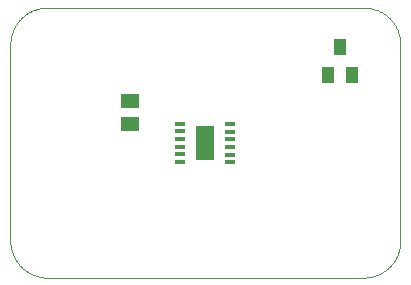
<source format=gtp>
G75*
%MOIN*%
%OFA0B0*%
%FSLAX25Y25*%
%IPPOS*%
%LPD*%
%AMOC8*
5,1,8,0,0,1.08239X$1,22.5*
%
%ADD10C,0.00394*%
%ADD11C,0.00400*%
%ADD12R,0.03543X0.01575*%
%ADD13R,0.06299X0.11417*%
%ADD14R,0.05906X0.05118*%
%ADD15R,0.03937X0.05512*%
D10*
X0014300Y0023933D02*
X0014001Y0023931D01*
X0013702Y0023936D01*
X0013403Y0023949D01*
X0013105Y0023969D01*
X0012807Y0023996D01*
X0012510Y0024030D01*
X0012214Y0024072D01*
X0011919Y0024121D01*
X0011625Y0024177D01*
X0011333Y0024240D01*
X0011042Y0024310D01*
X0010753Y0024388D01*
X0010466Y0024472D01*
X0010181Y0024563D01*
X0009899Y0024661D01*
X0009619Y0024766D01*
X0009342Y0024878D01*
X0009067Y0024997D01*
X0008796Y0025122D01*
X0008527Y0025254D01*
X0008262Y0025392D01*
X0008000Y0025537D01*
X0007742Y0025688D01*
X0007488Y0025845D01*
X0007237Y0026009D01*
X0006991Y0026178D01*
X0006749Y0026353D01*
X0006511Y0026535D01*
X0006278Y0026722D01*
X0006049Y0026914D01*
X0005825Y0027113D01*
X0005606Y0027316D01*
X0005392Y0027525D01*
X0005183Y0027739D01*
X0004980Y0027958D01*
X0004781Y0028182D01*
X0004589Y0028411D01*
X0004402Y0028644D01*
X0004220Y0028882D01*
X0004045Y0029124D01*
X0003876Y0029370D01*
X0003712Y0029621D01*
X0003555Y0029875D01*
X0003404Y0030133D01*
X0003259Y0030395D01*
X0003121Y0030660D01*
X0002989Y0030929D01*
X0002864Y0031200D01*
X0002745Y0031475D01*
X0002633Y0031752D01*
X0002528Y0032032D01*
X0002430Y0032314D01*
X0002339Y0032599D01*
X0002255Y0032886D01*
X0002177Y0033175D01*
X0002107Y0033466D01*
X0002044Y0033758D01*
X0001988Y0034052D01*
X0001939Y0034347D01*
X0001897Y0034643D01*
X0001863Y0034940D01*
X0001836Y0035238D01*
X0001816Y0035536D01*
X0001803Y0035835D01*
X0001798Y0036134D01*
X0001800Y0036433D01*
X0001800Y0101433D02*
X0001798Y0101732D01*
X0001803Y0102031D01*
X0001816Y0102330D01*
X0001836Y0102628D01*
X0001863Y0102926D01*
X0001897Y0103223D01*
X0001939Y0103519D01*
X0001988Y0103814D01*
X0002044Y0104108D01*
X0002107Y0104400D01*
X0002177Y0104691D01*
X0002255Y0104980D01*
X0002339Y0105267D01*
X0002430Y0105552D01*
X0002528Y0105834D01*
X0002633Y0106114D01*
X0002745Y0106391D01*
X0002864Y0106666D01*
X0002989Y0106937D01*
X0003121Y0107206D01*
X0003259Y0107471D01*
X0003404Y0107733D01*
X0003555Y0107991D01*
X0003712Y0108245D01*
X0003876Y0108496D01*
X0004045Y0108742D01*
X0004220Y0108984D01*
X0004402Y0109222D01*
X0004589Y0109455D01*
X0004781Y0109684D01*
X0004980Y0109908D01*
X0005183Y0110127D01*
X0005392Y0110341D01*
X0005606Y0110550D01*
X0005825Y0110753D01*
X0006049Y0110952D01*
X0006278Y0111144D01*
X0006511Y0111331D01*
X0006749Y0111513D01*
X0006991Y0111688D01*
X0007237Y0111857D01*
X0007488Y0112021D01*
X0007742Y0112178D01*
X0008000Y0112329D01*
X0008262Y0112474D01*
X0008527Y0112612D01*
X0008796Y0112744D01*
X0009067Y0112869D01*
X0009342Y0112988D01*
X0009619Y0113100D01*
X0009899Y0113205D01*
X0010181Y0113303D01*
X0010466Y0113394D01*
X0010753Y0113478D01*
X0011042Y0113556D01*
X0011333Y0113626D01*
X0011625Y0113689D01*
X0011919Y0113745D01*
X0012214Y0113794D01*
X0012510Y0113836D01*
X0012807Y0113870D01*
X0013105Y0113897D01*
X0013403Y0113917D01*
X0013702Y0113930D01*
X0014001Y0113935D01*
X0014300Y0113933D01*
X0119300Y0113933D02*
X0119599Y0113935D01*
X0119898Y0113930D01*
X0120197Y0113917D01*
X0120495Y0113897D01*
X0120793Y0113870D01*
X0121090Y0113836D01*
X0121386Y0113794D01*
X0121681Y0113745D01*
X0121975Y0113689D01*
X0122267Y0113626D01*
X0122558Y0113556D01*
X0122847Y0113478D01*
X0123134Y0113394D01*
X0123419Y0113303D01*
X0123701Y0113205D01*
X0123981Y0113100D01*
X0124258Y0112988D01*
X0124533Y0112869D01*
X0124804Y0112744D01*
X0125073Y0112612D01*
X0125338Y0112474D01*
X0125600Y0112329D01*
X0125858Y0112178D01*
X0126112Y0112021D01*
X0126363Y0111857D01*
X0126609Y0111688D01*
X0126851Y0111513D01*
X0127089Y0111331D01*
X0127322Y0111144D01*
X0127551Y0110952D01*
X0127775Y0110753D01*
X0127994Y0110550D01*
X0128208Y0110341D01*
X0128417Y0110127D01*
X0128620Y0109908D01*
X0128819Y0109684D01*
X0129011Y0109455D01*
X0129198Y0109222D01*
X0129380Y0108984D01*
X0129555Y0108742D01*
X0129724Y0108496D01*
X0129888Y0108245D01*
X0130045Y0107991D01*
X0130196Y0107733D01*
X0130341Y0107471D01*
X0130479Y0107206D01*
X0130611Y0106937D01*
X0130736Y0106666D01*
X0130855Y0106391D01*
X0130967Y0106114D01*
X0131072Y0105834D01*
X0131170Y0105552D01*
X0131261Y0105267D01*
X0131345Y0104980D01*
X0131423Y0104691D01*
X0131493Y0104400D01*
X0131556Y0104108D01*
X0131612Y0103814D01*
X0131661Y0103519D01*
X0131703Y0103223D01*
X0131737Y0102926D01*
X0131764Y0102628D01*
X0131784Y0102330D01*
X0131797Y0102031D01*
X0131802Y0101732D01*
X0131800Y0101433D01*
X0131800Y0036433D02*
X0131802Y0036134D01*
X0131797Y0035835D01*
X0131784Y0035536D01*
X0131764Y0035238D01*
X0131737Y0034940D01*
X0131703Y0034643D01*
X0131661Y0034347D01*
X0131612Y0034052D01*
X0131556Y0033758D01*
X0131493Y0033466D01*
X0131423Y0033175D01*
X0131345Y0032886D01*
X0131261Y0032599D01*
X0131170Y0032314D01*
X0131072Y0032032D01*
X0130967Y0031752D01*
X0130855Y0031475D01*
X0130736Y0031200D01*
X0130611Y0030929D01*
X0130479Y0030660D01*
X0130341Y0030395D01*
X0130196Y0030133D01*
X0130045Y0029875D01*
X0129888Y0029621D01*
X0129724Y0029370D01*
X0129555Y0029124D01*
X0129380Y0028882D01*
X0129198Y0028644D01*
X0129011Y0028411D01*
X0128819Y0028182D01*
X0128620Y0027958D01*
X0128417Y0027739D01*
X0128208Y0027525D01*
X0127994Y0027316D01*
X0127775Y0027113D01*
X0127551Y0026914D01*
X0127322Y0026722D01*
X0127089Y0026535D01*
X0126851Y0026353D01*
X0126609Y0026178D01*
X0126363Y0026009D01*
X0126112Y0025845D01*
X0125858Y0025688D01*
X0125600Y0025537D01*
X0125338Y0025392D01*
X0125073Y0025254D01*
X0124804Y0025122D01*
X0124533Y0024997D01*
X0124258Y0024878D01*
X0123981Y0024766D01*
X0123701Y0024661D01*
X0123419Y0024563D01*
X0123134Y0024472D01*
X0122847Y0024388D01*
X0122558Y0024310D01*
X0122267Y0024240D01*
X0121975Y0024177D01*
X0121681Y0024121D01*
X0121386Y0024072D01*
X0121090Y0024030D01*
X0120793Y0023996D01*
X0120495Y0023969D01*
X0120197Y0023949D01*
X0119898Y0023936D01*
X0119599Y0023931D01*
X0119300Y0023933D01*
D11*
X0014300Y0023933D01*
X0001800Y0036433D02*
X0001800Y0101433D01*
X0014300Y0113933D02*
X0119300Y0113933D01*
X0131800Y0101433D02*
X0131800Y0036433D01*
D12*
X0074871Y0062398D03*
X0074871Y0064957D03*
X0074871Y0067516D03*
X0074871Y0070075D03*
X0074871Y0072634D03*
X0074871Y0075193D03*
X0058335Y0075232D03*
X0058335Y0072673D03*
X0058335Y0070114D03*
X0058335Y0067555D03*
X0058335Y0064996D03*
X0058335Y0062437D03*
D13*
X0066603Y0068736D03*
D14*
X0041800Y0075193D03*
X0041800Y0082673D03*
D15*
X0107800Y0091465D03*
X0115800Y0091465D03*
X0111800Y0100965D03*
M02*

</source>
